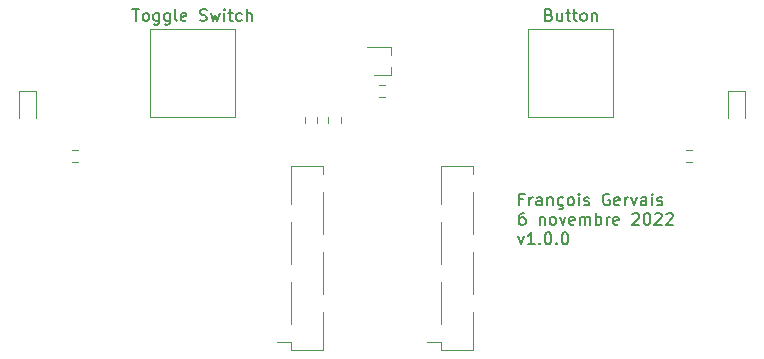
<source format=gbr>
%TF.GenerationSoftware,KiCad,Pcbnew,5.1.7-a382d34a8~88~ubuntu18.04.1*%
%TF.CreationDate,2022-11-07T19:40:55-05:00*%
%TF.ProjectId,project-mute-button,70726f6a-6563-4742-9d6d-7574652d6275,rev?*%
%TF.SameCoordinates,Original*%
%TF.FileFunction,Legend,Top*%
%TF.FilePolarity,Positive*%
%FSLAX46Y46*%
G04 Gerber Fmt 4.6, Leading zero omitted, Abs format (unit mm)*
G04 Created by KiCad (PCBNEW 5.1.7-a382d34a8~88~ubuntu18.04.1) date 2022-11-07 19:40:55*
%MOMM*%
%LPD*%
G01*
G04 APERTURE LIST*
%ADD10C,0.150000*%
%ADD11C,0.120000*%
G04 APERTURE END LIST*
D10*
X79318928Y-77028571D02*
X78985595Y-77028571D01*
X78985595Y-77552380D02*
X78985595Y-76552380D01*
X79461785Y-76552380D01*
X79842738Y-77552380D02*
X79842738Y-76885714D01*
X79842738Y-77076190D02*
X79890357Y-76980952D01*
X79937976Y-76933333D01*
X80033214Y-76885714D01*
X80128452Y-76885714D01*
X80890357Y-77552380D02*
X80890357Y-77028571D01*
X80842738Y-76933333D01*
X80747500Y-76885714D01*
X80557023Y-76885714D01*
X80461785Y-76933333D01*
X80890357Y-77504761D02*
X80795119Y-77552380D01*
X80557023Y-77552380D01*
X80461785Y-77504761D01*
X80414166Y-77409523D01*
X80414166Y-77314285D01*
X80461785Y-77219047D01*
X80557023Y-77171428D01*
X80795119Y-77171428D01*
X80890357Y-77123809D01*
X81366547Y-76885714D02*
X81366547Y-77552380D01*
X81366547Y-76980952D02*
X81414166Y-76933333D01*
X81509404Y-76885714D01*
X81652261Y-76885714D01*
X81747500Y-76933333D01*
X81795119Y-77028571D01*
X81795119Y-77552380D01*
X82699880Y-77504761D02*
X82604642Y-77552380D01*
X82414166Y-77552380D01*
X82318928Y-77504761D01*
X82271309Y-77457142D01*
X82223690Y-77361904D01*
X82223690Y-77076190D01*
X82271309Y-76980952D01*
X82318928Y-76933333D01*
X82414166Y-76885714D01*
X82604642Y-76885714D01*
X82699880Y-76933333D01*
X82509404Y-77600000D02*
X82604642Y-77647619D01*
X82652261Y-77742857D01*
X82604642Y-77838095D01*
X82509404Y-77885714D01*
X82366547Y-77885714D01*
X83271309Y-77552380D02*
X83176071Y-77504761D01*
X83128452Y-77457142D01*
X83080833Y-77361904D01*
X83080833Y-77076190D01*
X83128452Y-76980952D01*
X83176071Y-76933333D01*
X83271309Y-76885714D01*
X83414166Y-76885714D01*
X83509404Y-76933333D01*
X83557023Y-76980952D01*
X83604642Y-77076190D01*
X83604642Y-77361904D01*
X83557023Y-77457142D01*
X83509404Y-77504761D01*
X83414166Y-77552380D01*
X83271309Y-77552380D01*
X84033214Y-77552380D02*
X84033214Y-76885714D01*
X84033214Y-76552380D02*
X83985595Y-76600000D01*
X84033214Y-76647619D01*
X84080833Y-76600000D01*
X84033214Y-76552380D01*
X84033214Y-76647619D01*
X84461785Y-77504761D02*
X84557023Y-77552380D01*
X84747500Y-77552380D01*
X84842738Y-77504761D01*
X84890357Y-77409523D01*
X84890357Y-77361904D01*
X84842738Y-77266666D01*
X84747500Y-77219047D01*
X84604642Y-77219047D01*
X84509404Y-77171428D01*
X84461785Y-77076190D01*
X84461785Y-77028571D01*
X84509404Y-76933333D01*
X84604642Y-76885714D01*
X84747500Y-76885714D01*
X84842738Y-76933333D01*
X86604642Y-76600000D02*
X86509404Y-76552380D01*
X86366547Y-76552380D01*
X86223690Y-76600000D01*
X86128452Y-76695238D01*
X86080833Y-76790476D01*
X86033214Y-76980952D01*
X86033214Y-77123809D01*
X86080833Y-77314285D01*
X86128452Y-77409523D01*
X86223690Y-77504761D01*
X86366547Y-77552380D01*
X86461785Y-77552380D01*
X86604642Y-77504761D01*
X86652261Y-77457142D01*
X86652261Y-77123809D01*
X86461785Y-77123809D01*
X87461785Y-77504761D02*
X87366547Y-77552380D01*
X87176071Y-77552380D01*
X87080833Y-77504761D01*
X87033214Y-77409523D01*
X87033214Y-77028571D01*
X87080833Y-76933333D01*
X87176071Y-76885714D01*
X87366547Y-76885714D01*
X87461785Y-76933333D01*
X87509404Y-77028571D01*
X87509404Y-77123809D01*
X87033214Y-77219047D01*
X87937976Y-77552380D02*
X87937976Y-76885714D01*
X87937976Y-77076190D02*
X87985595Y-76980952D01*
X88033214Y-76933333D01*
X88128452Y-76885714D01*
X88223690Y-76885714D01*
X88461785Y-76885714D02*
X88699880Y-77552380D01*
X88937976Y-76885714D01*
X89747500Y-77552380D02*
X89747500Y-77028571D01*
X89699880Y-76933333D01*
X89604642Y-76885714D01*
X89414166Y-76885714D01*
X89318928Y-76933333D01*
X89747500Y-77504761D02*
X89652261Y-77552380D01*
X89414166Y-77552380D01*
X89318928Y-77504761D01*
X89271309Y-77409523D01*
X89271309Y-77314285D01*
X89318928Y-77219047D01*
X89414166Y-77171428D01*
X89652261Y-77171428D01*
X89747500Y-77123809D01*
X90223690Y-77552380D02*
X90223690Y-76885714D01*
X90223690Y-76552380D02*
X90176071Y-76600000D01*
X90223690Y-76647619D01*
X90271309Y-76600000D01*
X90223690Y-76552380D01*
X90223690Y-76647619D01*
X90652261Y-77504761D02*
X90747500Y-77552380D01*
X90937976Y-77552380D01*
X91033214Y-77504761D01*
X91080833Y-77409523D01*
X91080833Y-77361904D01*
X91033214Y-77266666D01*
X90937976Y-77219047D01*
X90795119Y-77219047D01*
X90699880Y-77171428D01*
X90652261Y-77076190D01*
X90652261Y-77028571D01*
X90699880Y-76933333D01*
X90795119Y-76885714D01*
X90937976Y-76885714D01*
X91033214Y-76933333D01*
X79414166Y-78202380D02*
X79223690Y-78202380D01*
X79128452Y-78250000D01*
X79080833Y-78297619D01*
X78985595Y-78440476D01*
X78937976Y-78630952D01*
X78937976Y-79011904D01*
X78985595Y-79107142D01*
X79033214Y-79154761D01*
X79128452Y-79202380D01*
X79318928Y-79202380D01*
X79414166Y-79154761D01*
X79461785Y-79107142D01*
X79509404Y-79011904D01*
X79509404Y-78773809D01*
X79461785Y-78678571D01*
X79414166Y-78630952D01*
X79318928Y-78583333D01*
X79128452Y-78583333D01*
X79033214Y-78630952D01*
X78985595Y-78678571D01*
X78937976Y-78773809D01*
X80699880Y-78535714D02*
X80699880Y-79202380D01*
X80699880Y-78630952D02*
X80747500Y-78583333D01*
X80842738Y-78535714D01*
X80985595Y-78535714D01*
X81080833Y-78583333D01*
X81128452Y-78678571D01*
X81128452Y-79202380D01*
X81747500Y-79202380D02*
X81652261Y-79154761D01*
X81604642Y-79107142D01*
X81557023Y-79011904D01*
X81557023Y-78726190D01*
X81604642Y-78630952D01*
X81652261Y-78583333D01*
X81747500Y-78535714D01*
X81890357Y-78535714D01*
X81985595Y-78583333D01*
X82033214Y-78630952D01*
X82080833Y-78726190D01*
X82080833Y-79011904D01*
X82033214Y-79107142D01*
X81985595Y-79154761D01*
X81890357Y-79202380D01*
X81747500Y-79202380D01*
X82414166Y-78535714D02*
X82652261Y-79202380D01*
X82890357Y-78535714D01*
X83652261Y-79154761D02*
X83557023Y-79202380D01*
X83366547Y-79202380D01*
X83271309Y-79154761D01*
X83223690Y-79059523D01*
X83223690Y-78678571D01*
X83271309Y-78583333D01*
X83366547Y-78535714D01*
X83557023Y-78535714D01*
X83652261Y-78583333D01*
X83699880Y-78678571D01*
X83699880Y-78773809D01*
X83223690Y-78869047D01*
X84128452Y-79202380D02*
X84128452Y-78535714D01*
X84128452Y-78630952D02*
X84176071Y-78583333D01*
X84271309Y-78535714D01*
X84414166Y-78535714D01*
X84509404Y-78583333D01*
X84557023Y-78678571D01*
X84557023Y-79202380D01*
X84557023Y-78678571D02*
X84604642Y-78583333D01*
X84699880Y-78535714D01*
X84842738Y-78535714D01*
X84937976Y-78583333D01*
X84985595Y-78678571D01*
X84985595Y-79202380D01*
X85461785Y-79202380D02*
X85461785Y-78202380D01*
X85461785Y-78583333D02*
X85557023Y-78535714D01*
X85747500Y-78535714D01*
X85842738Y-78583333D01*
X85890357Y-78630952D01*
X85937976Y-78726190D01*
X85937976Y-79011904D01*
X85890357Y-79107142D01*
X85842738Y-79154761D01*
X85747500Y-79202380D01*
X85557023Y-79202380D01*
X85461785Y-79154761D01*
X86366547Y-79202380D02*
X86366547Y-78535714D01*
X86366547Y-78726190D02*
X86414166Y-78630952D01*
X86461785Y-78583333D01*
X86557023Y-78535714D01*
X86652261Y-78535714D01*
X87366547Y-79154761D02*
X87271309Y-79202380D01*
X87080833Y-79202380D01*
X86985595Y-79154761D01*
X86937976Y-79059523D01*
X86937976Y-78678571D01*
X86985595Y-78583333D01*
X87080833Y-78535714D01*
X87271309Y-78535714D01*
X87366547Y-78583333D01*
X87414166Y-78678571D01*
X87414166Y-78773809D01*
X86937976Y-78869047D01*
X88557023Y-78297619D02*
X88604642Y-78250000D01*
X88699880Y-78202380D01*
X88937976Y-78202380D01*
X89033214Y-78250000D01*
X89080833Y-78297619D01*
X89128452Y-78392857D01*
X89128452Y-78488095D01*
X89080833Y-78630952D01*
X88509404Y-79202380D01*
X89128452Y-79202380D01*
X89747500Y-78202380D02*
X89842738Y-78202380D01*
X89937976Y-78250000D01*
X89985595Y-78297619D01*
X90033214Y-78392857D01*
X90080833Y-78583333D01*
X90080833Y-78821428D01*
X90033214Y-79011904D01*
X89985595Y-79107142D01*
X89937976Y-79154761D01*
X89842738Y-79202380D01*
X89747500Y-79202380D01*
X89652261Y-79154761D01*
X89604642Y-79107142D01*
X89557023Y-79011904D01*
X89509404Y-78821428D01*
X89509404Y-78583333D01*
X89557023Y-78392857D01*
X89604642Y-78297619D01*
X89652261Y-78250000D01*
X89747500Y-78202380D01*
X90461785Y-78297619D02*
X90509404Y-78250000D01*
X90604642Y-78202380D01*
X90842738Y-78202380D01*
X90937976Y-78250000D01*
X90985595Y-78297619D01*
X91033214Y-78392857D01*
X91033214Y-78488095D01*
X90985595Y-78630952D01*
X90414166Y-79202380D01*
X91033214Y-79202380D01*
X91414166Y-78297619D02*
X91461785Y-78250000D01*
X91557023Y-78202380D01*
X91795119Y-78202380D01*
X91890357Y-78250000D01*
X91937976Y-78297619D01*
X91985595Y-78392857D01*
X91985595Y-78488095D01*
X91937976Y-78630952D01*
X91366547Y-79202380D01*
X91985595Y-79202380D01*
X78890357Y-80185714D02*
X79128452Y-80852380D01*
X79366547Y-80185714D01*
X80271309Y-80852380D02*
X79699880Y-80852380D01*
X79985595Y-80852380D02*
X79985595Y-79852380D01*
X79890357Y-79995238D01*
X79795119Y-80090476D01*
X79699880Y-80138095D01*
X80699880Y-80757142D02*
X80747500Y-80804761D01*
X80699880Y-80852380D01*
X80652261Y-80804761D01*
X80699880Y-80757142D01*
X80699880Y-80852380D01*
X81366547Y-79852380D02*
X81461785Y-79852380D01*
X81557023Y-79900000D01*
X81604642Y-79947619D01*
X81652261Y-80042857D01*
X81699880Y-80233333D01*
X81699880Y-80471428D01*
X81652261Y-80661904D01*
X81604642Y-80757142D01*
X81557023Y-80804761D01*
X81461785Y-80852380D01*
X81366547Y-80852380D01*
X81271309Y-80804761D01*
X81223690Y-80757142D01*
X81176071Y-80661904D01*
X81128452Y-80471428D01*
X81128452Y-80233333D01*
X81176071Y-80042857D01*
X81223690Y-79947619D01*
X81271309Y-79900000D01*
X81366547Y-79852380D01*
X82128452Y-80757142D02*
X82176071Y-80804761D01*
X82128452Y-80852380D01*
X82080833Y-80804761D01*
X82128452Y-80757142D01*
X82128452Y-80852380D01*
X82795119Y-79852380D02*
X82890357Y-79852380D01*
X82985595Y-79900000D01*
X83033214Y-79947619D01*
X83080833Y-80042857D01*
X83128452Y-80233333D01*
X83128452Y-80471428D01*
X83080833Y-80661904D01*
X83033214Y-80757142D01*
X82985595Y-80804761D01*
X82890357Y-80852380D01*
X82795119Y-80852380D01*
X82699880Y-80804761D01*
X82652261Y-80757142D01*
X82604642Y-80661904D01*
X82557023Y-80471428D01*
X82557023Y-80233333D01*
X82604642Y-80042857D01*
X82652261Y-79947619D01*
X82699880Y-79900000D01*
X82795119Y-79852380D01*
D11*
%TO.C,R5*%
X93112742Y-73872500D02*
X93587258Y-73872500D01*
X93112742Y-72827500D02*
X93587258Y-72827500D01*
%TO.C,R4*%
X67112742Y-68372500D02*
X67587258Y-68372500D01*
X67112742Y-67327500D02*
X67587258Y-67327500D01*
%TO.C,R3*%
X41587258Y-72827500D02*
X41112742Y-72827500D01*
X41587258Y-73872500D02*
X41112742Y-73872500D01*
%TO.C,Q1*%
X66670000Y-66510000D02*
X68080000Y-66510000D01*
X68080000Y-64190000D02*
X66050000Y-64190000D01*
X68080000Y-64190000D02*
X68080000Y-64850000D01*
X68080000Y-65850000D02*
X68080000Y-66510000D01*
%TO.C,D2*%
X96615000Y-67865000D02*
X96615000Y-70150000D01*
X98085000Y-67865000D02*
X96615000Y-67865000D01*
X98085000Y-70150000D02*
X98085000Y-67865000D01*
%TO.C,D1*%
X36615000Y-67865000D02*
X36615000Y-70150000D01*
X38085000Y-67865000D02*
X36615000Y-67865000D01*
X38085000Y-70150000D02*
X38085000Y-67865000D01*
%TO.C,R2*%
X60827500Y-70112742D02*
X60827500Y-70587258D01*
X61872500Y-70112742D02*
X61872500Y-70587258D01*
%TO.C,R1*%
X62827500Y-70112742D02*
X62827500Y-70587258D01*
X63872500Y-70112742D02*
X63872500Y-70587258D01*
%TO.C,J4*%
X47750000Y-62650000D02*
X51350000Y-62650000D01*
X47750000Y-70050000D02*
X47750000Y-62650000D01*
X54950000Y-70050000D02*
X47750000Y-70050000D01*
X54950000Y-62650000D02*
X54950000Y-70050000D01*
X51350000Y-62650000D02*
X54950000Y-62650000D01*
%TO.C,J3*%
X79750000Y-62650000D02*
X83350000Y-62650000D01*
X79750000Y-70050000D02*
X79750000Y-62650000D01*
X86950000Y-70050000D02*
X79750000Y-70050000D01*
X86950000Y-62650000D02*
X86950000Y-70050000D01*
X83350000Y-62650000D02*
X86950000Y-62650000D01*
%TO.C,J2*%
X59670000Y-89110000D02*
X58460000Y-89110000D01*
X62330000Y-74890000D02*
X62330000Y-74220000D01*
X62330000Y-79970000D02*
X62330000Y-76410000D01*
X62330000Y-85050000D02*
X62330000Y-81490000D01*
X62330000Y-89780000D02*
X62330000Y-86570000D01*
X62330000Y-74220000D02*
X59670000Y-74220000D01*
X59670000Y-77430000D02*
X59670000Y-74220000D01*
X59670000Y-82510000D02*
X59670000Y-78950000D01*
X59670000Y-87590000D02*
X59670000Y-84030000D01*
X59670000Y-89780000D02*
X59670000Y-89110000D01*
X62330000Y-89780000D02*
X59670000Y-89780000D01*
%TO.C,J1*%
X72370000Y-89110000D02*
X71160000Y-89110000D01*
X75030000Y-74890000D02*
X75030000Y-74220000D01*
X75030000Y-79970000D02*
X75030000Y-76410000D01*
X75030000Y-85050000D02*
X75030000Y-81490000D01*
X75030000Y-89780000D02*
X75030000Y-86570000D01*
X75030000Y-74220000D02*
X72370000Y-74220000D01*
X72370000Y-77430000D02*
X72370000Y-74220000D01*
X72370000Y-82510000D02*
X72370000Y-78950000D01*
X72370000Y-87590000D02*
X72370000Y-84030000D01*
X72370000Y-89780000D02*
X72370000Y-89110000D01*
X75030000Y-89780000D02*
X72370000Y-89780000D01*
%TO.C,J4*%
D10*
X46230952Y-60952380D02*
X46802380Y-60952380D01*
X46516666Y-61952380D02*
X46516666Y-60952380D01*
X47278571Y-61952380D02*
X47183333Y-61904761D01*
X47135714Y-61857142D01*
X47088095Y-61761904D01*
X47088095Y-61476190D01*
X47135714Y-61380952D01*
X47183333Y-61333333D01*
X47278571Y-61285714D01*
X47421428Y-61285714D01*
X47516666Y-61333333D01*
X47564285Y-61380952D01*
X47611904Y-61476190D01*
X47611904Y-61761904D01*
X47564285Y-61857142D01*
X47516666Y-61904761D01*
X47421428Y-61952380D01*
X47278571Y-61952380D01*
X48469047Y-61285714D02*
X48469047Y-62095238D01*
X48421428Y-62190476D01*
X48373809Y-62238095D01*
X48278571Y-62285714D01*
X48135714Y-62285714D01*
X48040476Y-62238095D01*
X48469047Y-61904761D02*
X48373809Y-61952380D01*
X48183333Y-61952380D01*
X48088095Y-61904761D01*
X48040476Y-61857142D01*
X47992857Y-61761904D01*
X47992857Y-61476190D01*
X48040476Y-61380952D01*
X48088095Y-61333333D01*
X48183333Y-61285714D01*
X48373809Y-61285714D01*
X48469047Y-61333333D01*
X49373809Y-61285714D02*
X49373809Y-62095238D01*
X49326190Y-62190476D01*
X49278571Y-62238095D01*
X49183333Y-62285714D01*
X49040476Y-62285714D01*
X48945238Y-62238095D01*
X49373809Y-61904761D02*
X49278571Y-61952380D01*
X49088095Y-61952380D01*
X48992857Y-61904761D01*
X48945238Y-61857142D01*
X48897619Y-61761904D01*
X48897619Y-61476190D01*
X48945238Y-61380952D01*
X48992857Y-61333333D01*
X49088095Y-61285714D01*
X49278571Y-61285714D01*
X49373809Y-61333333D01*
X49992857Y-61952380D02*
X49897619Y-61904761D01*
X49850000Y-61809523D01*
X49850000Y-60952380D01*
X50754761Y-61904761D02*
X50659523Y-61952380D01*
X50469047Y-61952380D01*
X50373809Y-61904761D01*
X50326190Y-61809523D01*
X50326190Y-61428571D01*
X50373809Y-61333333D01*
X50469047Y-61285714D01*
X50659523Y-61285714D01*
X50754761Y-61333333D01*
X50802380Y-61428571D01*
X50802380Y-61523809D01*
X50326190Y-61619047D01*
X51945238Y-61904761D02*
X52088095Y-61952380D01*
X52326190Y-61952380D01*
X52421428Y-61904761D01*
X52469047Y-61857142D01*
X52516666Y-61761904D01*
X52516666Y-61666666D01*
X52469047Y-61571428D01*
X52421428Y-61523809D01*
X52326190Y-61476190D01*
X52135714Y-61428571D01*
X52040476Y-61380952D01*
X51992857Y-61333333D01*
X51945238Y-61238095D01*
X51945238Y-61142857D01*
X51992857Y-61047619D01*
X52040476Y-61000000D01*
X52135714Y-60952380D01*
X52373809Y-60952380D01*
X52516666Y-61000000D01*
X52850000Y-61285714D02*
X53040476Y-61952380D01*
X53230952Y-61476190D01*
X53421428Y-61952380D01*
X53611904Y-61285714D01*
X53992857Y-61952380D02*
X53992857Y-61285714D01*
X53992857Y-60952380D02*
X53945238Y-61000000D01*
X53992857Y-61047619D01*
X54040476Y-61000000D01*
X53992857Y-60952380D01*
X53992857Y-61047619D01*
X54326190Y-61285714D02*
X54707142Y-61285714D01*
X54469047Y-60952380D02*
X54469047Y-61809523D01*
X54516666Y-61904761D01*
X54611904Y-61952380D01*
X54707142Y-61952380D01*
X55469047Y-61904761D02*
X55373809Y-61952380D01*
X55183333Y-61952380D01*
X55088095Y-61904761D01*
X55040476Y-61857142D01*
X54992857Y-61761904D01*
X54992857Y-61476190D01*
X55040476Y-61380952D01*
X55088095Y-61333333D01*
X55183333Y-61285714D01*
X55373809Y-61285714D01*
X55469047Y-61333333D01*
X55897619Y-61952380D02*
X55897619Y-60952380D01*
X56326190Y-61952380D02*
X56326190Y-61428571D01*
X56278571Y-61333333D01*
X56183333Y-61285714D01*
X56040476Y-61285714D01*
X55945238Y-61333333D01*
X55897619Y-61380952D01*
%TO.C,J3*%
X81492857Y-61428571D02*
X81635714Y-61476190D01*
X81683333Y-61523809D01*
X81730952Y-61619047D01*
X81730952Y-61761904D01*
X81683333Y-61857142D01*
X81635714Y-61904761D01*
X81540476Y-61952380D01*
X81159523Y-61952380D01*
X81159523Y-60952380D01*
X81492857Y-60952380D01*
X81588095Y-61000000D01*
X81635714Y-61047619D01*
X81683333Y-61142857D01*
X81683333Y-61238095D01*
X81635714Y-61333333D01*
X81588095Y-61380952D01*
X81492857Y-61428571D01*
X81159523Y-61428571D01*
X82588095Y-61285714D02*
X82588095Y-61952380D01*
X82159523Y-61285714D02*
X82159523Y-61809523D01*
X82207142Y-61904761D01*
X82302380Y-61952380D01*
X82445238Y-61952380D01*
X82540476Y-61904761D01*
X82588095Y-61857142D01*
X82921428Y-61285714D02*
X83302380Y-61285714D01*
X83064285Y-60952380D02*
X83064285Y-61809523D01*
X83111904Y-61904761D01*
X83207142Y-61952380D01*
X83302380Y-61952380D01*
X83492857Y-61285714D02*
X83873809Y-61285714D01*
X83635714Y-60952380D02*
X83635714Y-61809523D01*
X83683333Y-61904761D01*
X83778571Y-61952380D01*
X83873809Y-61952380D01*
X84350000Y-61952380D02*
X84254761Y-61904761D01*
X84207142Y-61857142D01*
X84159523Y-61761904D01*
X84159523Y-61476190D01*
X84207142Y-61380952D01*
X84254761Y-61333333D01*
X84350000Y-61285714D01*
X84492857Y-61285714D01*
X84588095Y-61333333D01*
X84635714Y-61380952D01*
X84683333Y-61476190D01*
X84683333Y-61761904D01*
X84635714Y-61857142D01*
X84588095Y-61904761D01*
X84492857Y-61952380D01*
X84350000Y-61952380D01*
X85111904Y-61285714D02*
X85111904Y-61952380D01*
X85111904Y-61380952D02*
X85159523Y-61333333D01*
X85254761Y-61285714D01*
X85397619Y-61285714D01*
X85492857Y-61333333D01*
X85540476Y-61428571D01*
X85540476Y-61952380D01*
%TD*%
M02*

</source>
